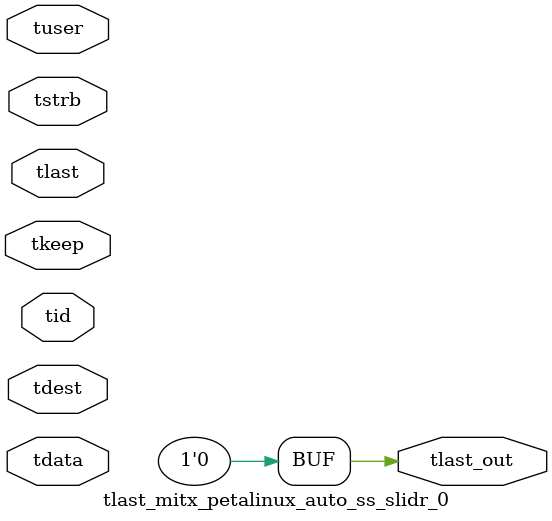
<source format=v>


`timescale 1ps/1ps

module tlast_mitx_petalinux_auto_ss_slidr_0 #
(
parameter C_S_AXIS_TID_WIDTH   = 1,
parameter C_S_AXIS_TUSER_WIDTH = 0,
parameter C_S_AXIS_TDATA_WIDTH = 0,
parameter C_S_AXIS_TDEST_WIDTH = 0
)
(
input  [(C_S_AXIS_TID_WIDTH   == 0 ? 1 : C_S_AXIS_TID_WIDTH)-1:0       ] tid,
input  [(C_S_AXIS_TDATA_WIDTH == 0 ? 1 : C_S_AXIS_TDATA_WIDTH)-1:0     ] tdata,
input  [(C_S_AXIS_TUSER_WIDTH == 0 ? 1 : C_S_AXIS_TUSER_WIDTH)-1:0     ] tuser,
input  [(C_S_AXIS_TDEST_WIDTH == 0 ? 1 : C_S_AXIS_TDEST_WIDTH)-1:0     ] tdest,
input  [(C_S_AXIS_TDATA_WIDTH/8)-1:0 ] tkeep,
input  [(C_S_AXIS_TDATA_WIDTH/8)-1:0 ] tstrb,
input  [0:0]                                                             tlast,
output                                                                   tlast_out
);

assign tlast_out = {1'b0};

endmodule


</source>
